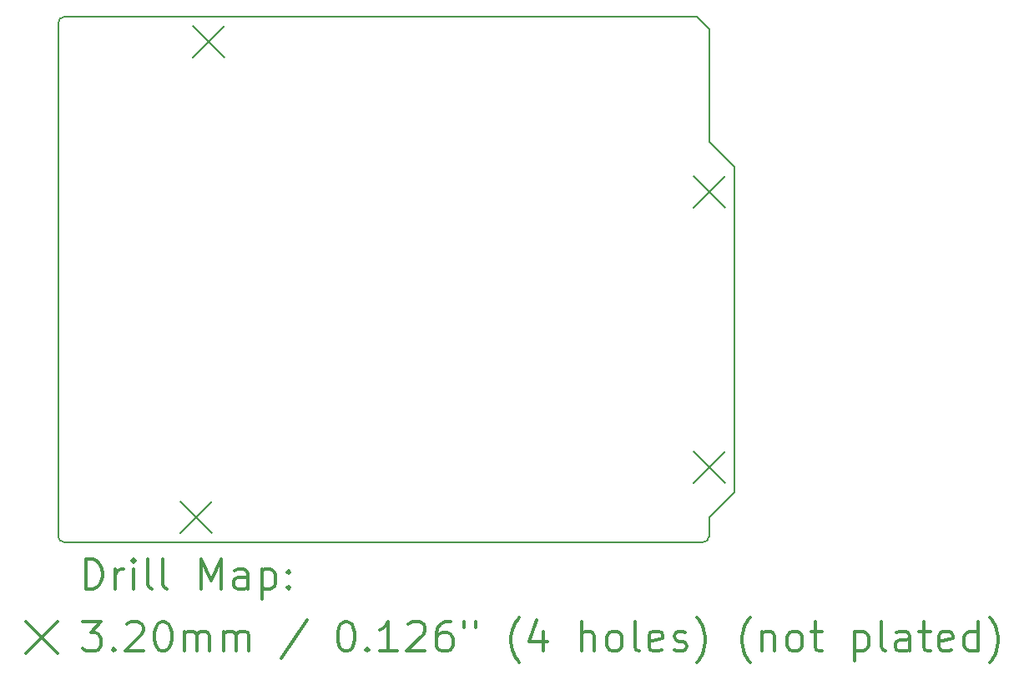
<source format=gbr>
%FSLAX45Y45*%
G04 Gerber Fmt 4.5, Leading zero omitted, Abs format (unit mm)*
G04 Created by KiCad (PCBNEW 5.1.5+dfsg1-2build2) date 2020-11-19 08:55:22*
%MOMM*%
%LPD*%
G04 APERTURE LIST*
%TA.AperFunction,Profile*%
%ADD10C,0.150000*%
%TD*%
%ADD11C,0.200000*%
%ADD12C,0.300000*%
G04 APERTURE END LIST*
D10*
X17970500Y-12954000D02*
G75*
G03X18034000Y-12890500I0J63500D01*
G01*
X11430000Y-12890500D02*
G75*
G03X11493500Y-12954000I63500J0D01*
G01*
X11493500Y-7620000D02*
G75*
G03X11430000Y-7683500I0J-63500D01*
G01*
X17907000Y-7620000D02*
X11493500Y-7620000D01*
X18034000Y-7747000D02*
X17907000Y-7620000D01*
X18034000Y-8890000D02*
X18034000Y-7747000D01*
X18288000Y-9144000D02*
X18034000Y-8890000D01*
X18288000Y-12446000D02*
X18288000Y-9144000D01*
X18034000Y-12700000D02*
X18288000Y-12446000D01*
X18034000Y-12890500D02*
X18034000Y-12700000D01*
X11493500Y-12954000D02*
X17970500Y-12954000D01*
X11430000Y-7683500D02*
X11430000Y-12890500D01*
D11*
X12667000Y-12540000D02*
X12987000Y-12860000D01*
X12987000Y-12540000D02*
X12667000Y-12860000D01*
X17874000Y-9238000D02*
X18194000Y-9558000D01*
X18194000Y-9238000D02*
X17874000Y-9558000D01*
X17874000Y-12032000D02*
X18194000Y-12352000D01*
X18194000Y-12032000D02*
X17874000Y-12352000D01*
X12794000Y-7714000D02*
X13114000Y-8034000D01*
X13114000Y-7714000D02*
X12794000Y-8034000D01*
D12*
X11708928Y-13427214D02*
X11708928Y-13127214D01*
X11780357Y-13127214D01*
X11823214Y-13141500D01*
X11851786Y-13170071D01*
X11866071Y-13198643D01*
X11880357Y-13255786D01*
X11880357Y-13298643D01*
X11866071Y-13355786D01*
X11851786Y-13384357D01*
X11823214Y-13412929D01*
X11780357Y-13427214D01*
X11708928Y-13427214D01*
X12008928Y-13427214D02*
X12008928Y-13227214D01*
X12008928Y-13284357D02*
X12023214Y-13255786D01*
X12037500Y-13241500D01*
X12066071Y-13227214D01*
X12094643Y-13227214D01*
X12194643Y-13427214D02*
X12194643Y-13227214D01*
X12194643Y-13127214D02*
X12180357Y-13141500D01*
X12194643Y-13155786D01*
X12208928Y-13141500D01*
X12194643Y-13127214D01*
X12194643Y-13155786D01*
X12380357Y-13427214D02*
X12351786Y-13412929D01*
X12337500Y-13384357D01*
X12337500Y-13127214D01*
X12537500Y-13427214D02*
X12508928Y-13412929D01*
X12494643Y-13384357D01*
X12494643Y-13127214D01*
X12880357Y-13427214D02*
X12880357Y-13127214D01*
X12980357Y-13341500D01*
X13080357Y-13127214D01*
X13080357Y-13427214D01*
X13351786Y-13427214D02*
X13351786Y-13270071D01*
X13337500Y-13241500D01*
X13308928Y-13227214D01*
X13251786Y-13227214D01*
X13223214Y-13241500D01*
X13351786Y-13412929D02*
X13323214Y-13427214D01*
X13251786Y-13427214D01*
X13223214Y-13412929D01*
X13208928Y-13384357D01*
X13208928Y-13355786D01*
X13223214Y-13327214D01*
X13251786Y-13312929D01*
X13323214Y-13312929D01*
X13351786Y-13298643D01*
X13494643Y-13227214D02*
X13494643Y-13527214D01*
X13494643Y-13241500D02*
X13523214Y-13227214D01*
X13580357Y-13227214D01*
X13608928Y-13241500D01*
X13623214Y-13255786D01*
X13637500Y-13284357D01*
X13637500Y-13370071D01*
X13623214Y-13398643D01*
X13608928Y-13412929D01*
X13580357Y-13427214D01*
X13523214Y-13427214D01*
X13494643Y-13412929D01*
X13766071Y-13398643D02*
X13780357Y-13412929D01*
X13766071Y-13427214D01*
X13751786Y-13412929D01*
X13766071Y-13398643D01*
X13766071Y-13427214D01*
X13766071Y-13241500D02*
X13780357Y-13255786D01*
X13766071Y-13270071D01*
X13751786Y-13255786D01*
X13766071Y-13241500D01*
X13766071Y-13270071D01*
X11102500Y-13761500D02*
X11422500Y-14081500D01*
X11422500Y-13761500D02*
X11102500Y-14081500D01*
X11680357Y-13757214D02*
X11866071Y-13757214D01*
X11766071Y-13871500D01*
X11808928Y-13871500D01*
X11837500Y-13885786D01*
X11851786Y-13900071D01*
X11866071Y-13928643D01*
X11866071Y-14000071D01*
X11851786Y-14028643D01*
X11837500Y-14042929D01*
X11808928Y-14057214D01*
X11723214Y-14057214D01*
X11694643Y-14042929D01*
X11680357Y-14028643D01*
X11994643Y-14028643D02*
X12008928Y-14042929D01*
X11994643Y-14057214D01*
X11980357Y-14042929D01*
X11994643Y-14028643D01*
X11994643Y-14057214D01*
X12123214Y-13785786D02*
X12137500Y-13771500D01*
X12166071Y-13757214D01*
X12237500Y-13757214D01*
X12266071Y-13771500D01*
X12280357Y-13785786D01*
X12294643Y-13814357D01*
X12294643Y-13842929D01*
X12280357Y-13885786D01*
X12108928Y-14057214D01*
X12294643Y-14057214D01*
X12480357Y-13757214D02*
X12508928Y-13757214D01*
X12537500Y-13771500D01*
X12551786Y-13785786D01*
X12566071Y-13814357D01*
X12580357Y-13871500D01*
X12580357Y-13942929D01*
X12566071Y-14000071D01*
X12551786Y-14028643D01*
X12537500Y-14042929D01*
X12508928Y-14057214D01*
X12480357Y-14057214D01*
X12451786Y-14042929D01*
X12437500Y-14028643D01*
X12423214Y-14000071D01*
X12408928Y-13942929D01*
X12408928Y-13871500D01*
X12423214Y-13814357D01*
X12437500Y-13785786D01*
X12451786Y-13771500D01*
X12480357Y-13757214D01*
X12708928Y-14057214D02*
X12708928Y-13857214D01*
X12708928Y-13885786D02*
X12723214Y-13871500D01*
X12751786Y-13857214D01*
X12794643Y-13857214D01*
X12823214Y-13871500D01*
X12837500Y-13900071D01*
X12837500Y-14057214D01*
X12837500Y-13900071D02*
X12851786Y-13871500D01*
X12880357Y-13857214D01*
X12923214Y-13857214D01*
X12951786Y-13871500D01*
X12966071Y-13900071D01*
X12966071Y-14057214D01*
X13108928Y-14057214D02*
X13108928Y-13857214D01*
X13108928Y-13885786D02*
X13123214Y-13871500D01*
X13151786Y-13857214D01*
X13194643Y-13857214D01*
X13223214Y-13871500D01*
X13237500Y-13900071D01*
X13237500Y-14057214D01*
X13237500Y-13900071D02*
X13251786Y-13871500D01*
X13280357Y-13857214D01*
X13323214Y-13857214D01*
X13351786Y-13871500D01*
X13366071Y-13900071D01*
X13366071Y-14057214D01*
X13951786Y-13742929D02*
X13694643Y-14128643D01*
X14337500Y-13757214D02*
X14366071Y-13757214D01*
X14394643Y-13771500D01*
X14408928Y-13785786D01*
X14423214Y-13814357D01*
X14437500Y-13871500D01*
X14437500Y-13942929D01*
X14423214Y-14000071D01*
X14408928Y-14028643D01*
X14394643Y-14042929D01*
X14366071Y-14057214D01*
X14337500Y-14057214D01*
X14308928Y-14042929D01*
X14294643Y-14028643D01*
X14280357Y-14000071D01*
X14266071Y-13942929D01*
X14266071Y-13871500D01*
X14280357Y-13814357D01*
X14294643Y-13785786D01*
X14308928Y-13771500D01*
X14337500Y-13757214D01*
X14566071Y-14028643D02*
X14580357Y-14042929D01*
X14566071Y-14057214D01*
X14551786Y-14042929D01*
X14566071Y-14028643D01*
X14566071Y-14057214D01*
X14866071Y-14057214D02*
X14694643Y-14057214D01*
X14780357Y-14057214D02*
X14780357Y-13757214D01*
X14751786Y-13800071D01*
X14723214Y-13828643D01*
X14694643Y-13842929D01*
X14980357Y-13785786D02*
X14994643Y-13771500D01*
X15023214Y-13757214D01*
X15094643Y-13757214D01*
X15123214Y-13771500D01*
X15137500Y-13785786D01*
X15151786Y-13814357D01*
X15151786Y-13842929D01*
X15137500Y-13885786D01*
X14966071Y-14057214D01*
X15151786Y-14057214D01*
X15408928Y-13757214D02*
X15351786Y-13757214D01*
X15323214Y-13771500D01*
X15308928Y-13785786D01*
X15280357Y-13828643D01*
X15266071Y-13885786D01*
X15266071Y-14000071D01*
X15280357Y-14028643D01*
X15294643Y-14042929D01*
X15323214Y-14057214D01*
X15380357Y-14057214D01*
X15408928Y-14042929D01*
X15423214Y-14028643D01*
X15437500Y-14000071D01*
X15437500Y-13928643D01*
X15423214Y-13900071D01*
X15408928Y-13885786D01*
X15380357Y-13871500D01*
X15323214Y-13871500D01*
X15294643Y-13885786D01*
X15280357Y-13900071D01*
X15266071Y-13928643D01*
X15551786Y-13757214D02*
X15551786Y-13814357D01*
X15666071Y-13757214D02*
X15666071Y-13814357D01*
X16108928Y-14171500D02*
X16094643Y-14157214D01*
X16066071Y-14114357D01*
X16051786Y-14085786D01*
X16037500Y-14042929D01*
X16023214Y-13971500D01*
X16023214Y-13914357D01*
X16037500Y-13842929D01*
X16051786Y-13800071D01*
X16066071Y-13771500D01*
X16094643Y-13728643D01*
X16108928Y-13714357D01*
X16351786Y-13857214D02*
X16351786Y-14057214D01*
X16280357Y-13742929D02*
X16208928Y-13957214D01*
X16394643Y-13957214D01*
X16737500Y-14057214D02*
X16737500Y-13757214D01*
X16866071Y-14057214D02*
X16866071Y-13900071D01*
X16851786Y-13871500D01*
X16823214Y-13857214D01*
X16780357Y-13857214D01*
X16751786Y-13871500D01*
X16737500Y-13885786D01*
X17051786Y-14057214D02*
X17023214Y-14042929D01*
X17008928Y-14028643D01*
X16994643Y-14000071D01*
X16994643Y-13914357D01*
X17008928Y-13885786D01*
X17023214Y-13871500D01*
X17051786Y-13857214D01*
X17094643Y-13857214D01*
X17123214Y-13871500D01*
X17137500Y-13885786D01*
X17151786Y-13914357D01*
X17151786Y-14000071D01*
X17137500Y-14028643D01*
X17123214Y-14042929D01*
X17094643Y-14057214D01*
X17051786Y-14057214D01*
X17323214Y-14057214D02*
X17294643Y-14042929D01*
X17280357Y-14014357D01*
X17280357Y-13757214D01*
X17551786Y-14042929D02*
X17523214Y-14057214D01*
X17466071Y-14057214D01*
X17437500Y-14042929D01*
X17423214Y-14014357D01*
X17423214Y-13900071D01*
X17437500Y-13871500D01*
X17466071Y-13857214D01*
X17523214Y-13857214D01*
X17551786Y-13871500D01*
X17566071Y-13900071D01*
X17566071Y-13928643D01*
X17423214Y-13957214D01*
X17680357Y-14042929D02*
X17708928Y-14057214D01*
X17766071Y-14057214D01*
X17794643Y-14042929D01*
X17808928Y-14014357D01*
X17808928Y-14000071D01*
X17794643Y-13971500D01*
X17766071Y-13957214D01*
X17723214Y-13957214D01*
X17694643Y-13942929D01*
X17680357Y-13914357D01*
X17680357Y-13900071D01*
X17694643Y-13871500D01*
X17723214Y-13857214D01*
X17766071Y-13857214D01*
X17794643Y-13871500D01*
X17908928Y-14171500D02*
X17923214Y-14157214D01*
X17951786Y-14114357D01*
X17966071Y-14085786D01*
X17980357Y-14042929D01*
X17994643Y-13971500D01*
X17994643Y-13914357D01*
X17980357Y-13842929D01*
X17966071Y-13800071D01*
X17951786Y-13771500D01*
X17923214Y-13728643D01*
X17908928Y-13714357D01*
X18451786Y-14171500D02*
X18437500Y-14157214D01*
X18408928Y-14114357D01*
X18394643Y-14085786D01*
X18380357Y-14042929D01*
X18366071Y-13971500D01*
X18366071Y-13914357D01*
X18380357Y-13842929D01*
X18394643Y-13800071D01*
X18408928Y-13771500D01*
X18437500Y-13728643D01*
X18451786Y-13714357D01*
X18566071Y-13857214D02*
X18566071Y-14057214D01*
X18566071Y-13885786D02*
X18580357Y-13871500D01*
X18608928Y-13857214D01*
X18651786Y-13857214D01*
X18680357Y-13871500D01*
X18694643Y-13900071D01*
X18694643Y-14057214D01*
X18880357Y-14057214D02*
X18851786Y-14042929D01*
X18837500Y-14028643D01*
X18823214Y-14000071D01*
X18823214Y-13914357D01*
X18837500Y-13885786D01*
X18851786Y-13871500D01*
X18880357Y-13857214D01*
X18923214Y-13857214D01*
X18951786Y-13871500D01*
X18966071Y-13885786D01*
X18980357Y-13914357D01*
X18980357Y-14000071D01*
X18966071Y-14028643D01*
X18951786Y-14042929D01*
X18923214Y-14057214D01*
X18880357Y-14057214D01*
X19066071Y-13857214D02*
X19180357Y-13857214D01*
X19108928Y-13757214D02*
X19108928Y-14014357D01*
X19123214Y-14042929D01*
X19151786Y-14057214D01*
X19180357Y-14057214D01*
X19508928Y-13857214D02*
X19508928Y-14157214D01*
X19508928Y-13871500D02*
X19537500Y-13857214D01*
X19594643Y-13857214D01*
X19623214Y-13871500D01*
X19637500Y-13885786D01*
X19651786Y-13914357D01*
X19651786Y-14000071D01*
X19637500Y-14028643D01*
X19623214Y-14042929D01*
X19594643Y-14057214D01*
X19537500Y-14057214D01*
X19508928Y-14042929D01*
X19823214Y-14057214D02*
X19794643Y-14042929D01*
X19780357Y-14014357D01*
X19780357Y-13757214D01*
X20066071Y-14057214D02*
X20066071Y-13900071D01*
X20051786Y-13871500D01*
X20023214Y-13857214D01*
X19966071Y-13857214D01*
X19937500Y-13871500D01*
X20066071Y-14042929D02*
X20037500Y-14057214D01*
X19966071Y-14057214D01*
X19937500Y-14042929D01*
X19923214Y-14014357D01*
X19923214Y-13985786D01*
X19937500Y-13957214D01*
X19966071Y-13942929D01*
X20037500Y-13942929D01*
X20066071Y-13928643D01*
X20166071Y-13857214D02*
X20280357Y-13857214D01*
X20208928Y-13757214D02*
X20208928Y-14014357D01*
X20223214Y-14042929D01*
X20251786Y-14057214D01*
X20280357Y-14057214D01*
X20494643Y-14042929D02*
X20466071Y-14057214D01*
X20408928Y-14057214D01*
X20380357Y-14042929D01*
X20366071Y-14014357D01*
X20366071Y-13900071D01*
X20380357Y-13871500D01*
X20408928Y-13857214D01*
X20466071Y-13857214D01*
X20494643Y-13871500D01*
X20508928Y-13900071D01*
X20508928Y-13928643D01*
X20366071Y-13957214D01*
X20766071Y-14057214D02*
X20766071Y-13757214D01*
X20766071Y-14042929D02*
X20737500Y-14057214D01*
X20680357Y-14057214D01*
X20651786Y-14042929D01*
X20637500Y-14028643D01*
X20623214Y-14000071D01*
X20623214Y-13914357D01*
X20637500Y-13885786D01*
X20651786Y-13871500D01*
X20680357Y-13857214D01*
X20737500Y-13857214D01*
X20766071Y-13871500D01*
X20880357Y-14171500D02*
X20894643Y-14157214D01*
X20923214Y-14114357D01*
X20937500Y-14085786D01*
X20951786Y-14042929D01*
X20966071Y-13971500D01*
X20966071Y-13914357D01*
X20951786Y-13842929D01*
X20937500Y-13800071D01*
X20923214Y-13771500D01*
X20894643Y-13728643D01*
X20880357Y-13714357D01*
M02*

</source>
